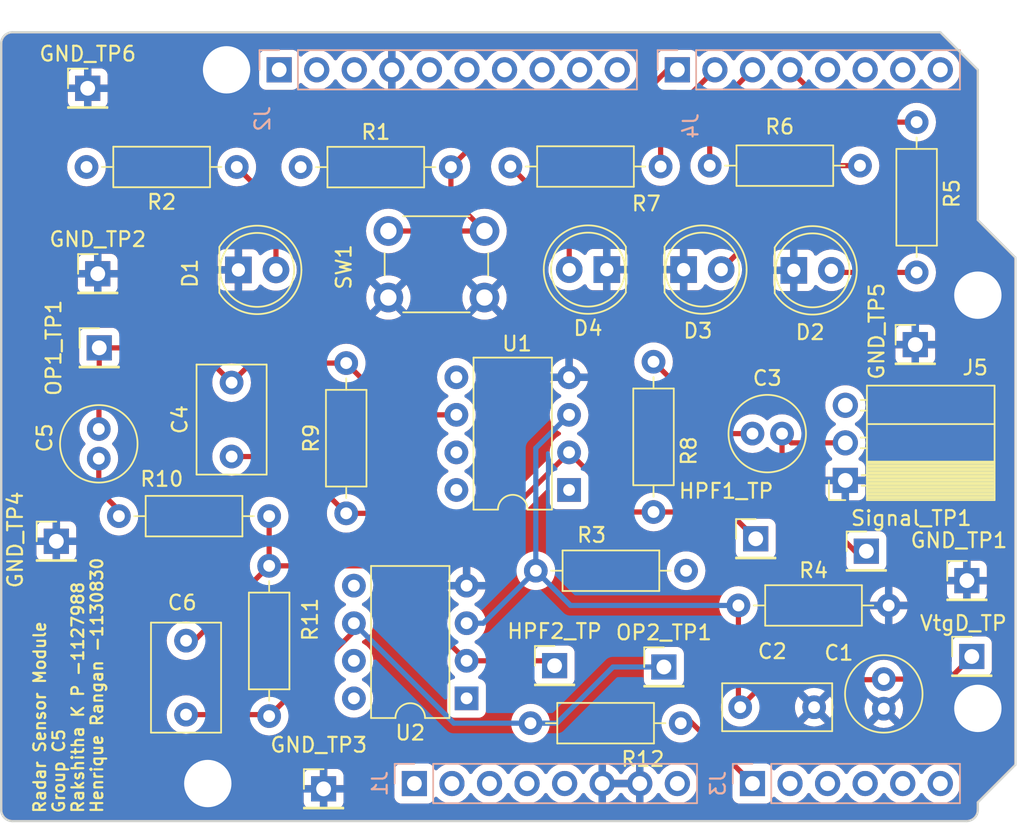
<source format=kicad_pcb>
(kicad_pcb (version 20240108) (generator "pcbnew") (generator_version "8.0")
  (title_block (title "Radar Module PCB Development") (date "2024-05-24") (rev "R1.3") (company "University of Applied Sciences Darmstadt") (comment 1 "Rakshitha Kukke Prakash - 1127988") (comment 2 "Henrique Rangan - 1130830"))
  (layers (0 "F.Cu" signal) (1 "In1.Cu" power "GND") (2 "In2.Cu" power "PWR") (31 "B.Cu" signal) (34 "B.Paste" user) (35 "F.Paste" user) (36 "B.SilkS" user "B.Silkscreen") (37 "F.SilkS" user "F.Silkscreen") (38 "B.Mask" user) (39 "F.Mask" user) (44 "Edge.Cuts" user))
  (net 0 "")
  (net 1 "GND")
  (net 3 "+5V")
  (net 4 "/IOREF")
  (net 5 "/Vin1")
  (net 6 "/A1")
  (net 7 "/A2")
  (net 8 "/A3")
  (net 9 "Net-(C3-Pad1)")
  (net 10 "/Signal")
  (net 11 "/13")
  (net 12 "/12")
  (net 13 "/AREF")
  (net 14 "/8")
  (net 15 "/OP1_out")
  (net 16 "/*11")
  (net 17 "/*10")
  (net 18 "/*9")
  (net 19 "Net-(U1--)")
  (net 20 "/2")
  (net 21 "Net-(C5-Pad2)")
  (net 22 "/OP2_out")
  (net 23 "/TX{slash}1")
  (net 24 "/*3")
  (net 25 "/RX{slash}0")
  (net 26 "Net-(U2--)")
  (net 27 "Net-(D1-A)")
  (net 28 "/~{RESET}")
  (net 29 "Net-(D2-A)")
  (net 30 "Net-(D3-A)")
  (net 31 "Net-(D4-A)")
  (net 33 "/Vin")
  (net 36 "/Vout")
  (net 39 "/PushButton")
  (net 40 "/LED_Red")
  (net 41 "/LED_Green")
  (net 42 "/LED_Orange")
  (footprint "Connector_PinHeader_2.54mm:PinHeader_1x01_P2.54mm_Vertical" (layer "F.Cu") (at 103.73 81.08)
    (property "Reference" "GND_TP4" (at -2.78 -0.1 90) (layer "F.SilkS"))
    (property "Value" "TestPoint")
    (pad "1" thru_hole rect (at 0 0) (size 1.7 1.7) (drill 1) (layers "*.Cu" "*.Mask") (net 1 "GND"))
  )
  (footprint "Connector_PinHeader_2.54mm:PinHeader_1x01_P2.54mm_Vertical" (layer "F.Cu") (at 151.02 80.91)
    (property "Reference" "HPF1_TP" (at -2 -3.23 0) (layer "F.SilkS"))
    (property "Value" "TestPoint")
    (pad "1" thru_hole rect (at 0 0) (size 1.7 1.7) (drill 1) (layers "*.Cu" "*.Mask") (net 19 "Net-(U1--)"))
  )
  (footprint "Resistor_THT:R_Axial_DIN0207_L6.3mm_D2.5mm_P10.16mm_Horizontal" (layer "F.Cu") (at 149.85 85.42)
    (property "Reference" "R4" (at 5.08 -2.37 0) (layer "F.SilkS"))
    (property "Value" "1k")
    (pad "1" thru_hole circle (at 0 0) (size 1.6 1.6) (drill 0.8) (layers "*.Cu" "*.Mask") (net 5 "/Vin1"))
    (pad "2" thru_hole oval (at 10.16 0) (size 1.6 1.6) (drill 0.8) (layers "*.Cu" "*.Mask") (net 1 "GND"))
  )
  (footprint "Connector_PinHeader_2.54mm:PinHeader_1x01_P2.54mm_Vertical" (layer "F.Cu") (at 121.8 97.82)
    (property "Reference" "GND_TP3" (at -0.33 -2.97 180) (layer "F.SilkS"))
    (property "Value" "TestPoint")
    (pad "1" thru_hole rect (at 0 0) (size 1.7 1.7) (drill 1) (layers "*.Cu" "*.Mask") (net 1 "GND"))
  )
  (footprint "Resistor_THT:R_Axial_DIN0207_L6.3mm_D2.5mm_P10.16mm_Horizontal" (layer "F.Cu") (at 115.93 55.77 180)
    (property "Reference" "R2" (at 5.08 -2.37 180) (layer "F.SilkS"))
    (property "Value" "470")
    (pad "1" thru_hole circle (at 0 0 180) (size 1.6 1.6) (drill 0.8) (layers "*.Cu" "*.Mask") (net 27 "Net-(D1-A)"))
    (pad "2" thru_hole oval (at 10.16 0 180) (size 1.6 1.6) (drill 0.8) (layers "*.Cu" "*.Mask") (net 3 "+5V"))
  )
  (footprint "Capacitor_THT:C_Radial_D5.0mm_H11.0mm_P2.00mm" (layer "F.Cu") (at 150.8 73.8)
    (property "Reference" "C3" (at 1 -3.75 0) (layer "F.SilkS"))
    (property "Value" "4.7u")
    (pad "1" thru_hole circle (at 0 0) (size 1.6 1.6) (drill 0.8) (layers "*.Cu" "*.Mask") (net 9 "Net-(C3-Pad1)"))
    (pad "2" thru_hole circle (at 2 0) (size 1.6 1.6) (drill 0.8) (layers "*.Cu" "*.Mask") (net 10 "/Signal"))
  )
  (footprint "Connector_PinHeader_2.54mm:PinHeader_1x01_P2.54mm_Vertical" (layer "F.Cu") (at 106.53 62.99)
    (property "Reference" "GND_TP2" (at 0 -2.33 0) (layer "F.SilkS"))
    (property "Value" "GND TestPoint")
    (pad "1" thru_hole rect (at 0 0) (size 1.7 1.7) (drill 1) (layers "*.Cu" "*.Mask") (net 1 "GND"))
  )
  (footprint "Resistor_THT:R_Axial_DIN0207_L6.3mm_D2.5mm_P10.16mm_Horizontal" (layer "F.Cu") (at 123.33 79.19 90)
    (property "Reference" "R9" (at 5.08 -2.37 -90) (layer "F.SilkS"))
    (property "Value" "220k")
    (pad "1" thru_hole circle (at 0 0 90) (size 1.6 1.6) (drill 0.8) (layers "*.Cu" "*.Mask") (net 19 "Net-(U1--)"))
    (pad "2" thru_hole oval (at 10.16 0 90) (size 1.6 1.6) (drill 0.8) (layers "*.Cu" "*.Mask") (net 15 "/OP1_out"))
  )
  (footprint "Resistor_THT:R_Axial_DIN0207_L6.3mm_D2.5mm_P10.16mm_Horizontal" (layer "F.Cu") (at 158.07 55.68 180)
    (property "Reference" "R6" (at 5.43 2.63 180) (layer "F.SilkS"))
    (property "Value" "470")
    (pad "1" thru_hole circle (at 0 0 180) (size 1.6 1.6) (drill 0.8) (layers "*.Cu" "*.Mask") (net 30 "Net-(D3-A)"))
    (pad "2" thru_hole oval (at 10.16 0 180) (size 1.6 1.6) (drill 0.8) (layers "*.Cu" "*.Mask") (net 42 "/LED_Orange"))
  )
  (footprint "Connector_PinHeader_2.54mm:PinHeader_1x01_P2.54mm_Vertical" (layer "F.Cu") (at 158.5 81.75)
    (property "Reference" "Signal_TP1" (at 3.04 -2.23 0) (layer "F.SilkS"))
    (property "Value" "TestPoint")
    (pad "1" thru_hole rect (at 0 0) (size 1.7 1.7) (drill 1) (layers "*.Cu" "*.Mask") (net 10 "/Signal"))
  )
  (footprint "LED_THT:LED_D5.0mm" (layer "F.Cu") (at 140.95 62.71 180)
    (property "Reference" "D4" (at 1.27 -3.96 180) (layer "F.SilkS"))
    (property "Value" "LED")
    (pad "1" thru_hole rect (at 0 0 180) (size 1.8 1.8) (drill 0.9) (layers "*.Cu" "*.Mask") (net 1 "GND"))
    (pad "2" thru_hole circle (at 2.54 0 180) (size 1.8 1.8) (drill 0.9) (layers "*.Cu" "*.Mask") (net 31 "Net-(D4-A)"))
  )
  (footprint "Arduino_MountingHole:MountingHole_3.2mm" (layer "F.Cu") (at 115.24 49.2)
    (property "Reference" "MH1" (hide yes))
    (property "Value" "MountingHole_3.2mm" (hide yes))
    (pad "" np_thru_hole circle (at 0 0) (size 3.2 3.2) (drill 3.2) (layers "*.Cu" "*.Mask"))
  )
  (footprint "Resistor_THT:R_Axial_DIN0207_L6.3mm_D2.5mm_P10.16mm_Horizontal" (layer "F.Cu") (at 118.12 82.74 -90)
    (property "Reference" "R11" (at 3.63 -2.77 90) (layer "F.SilkS"))
    (property "Value" "100k")
    (pad "1" thru_hole circle (at 0 0 270) (size 1.6 1.6) (drill 0.8) (layers "*.Cu" "*.Mask") (net 26 "Net-(U2--)"))
    (pad "2" thru_hole oval (at 10.16 0 270) (size 1.6 1.6) (drill 0.8) (layers "*.Cu" "*.Mask") (net 22 "/OP2_out"))
  )
  (footprint "Capacitor_THT:C_Radial_D5.0mm_H11.0mm_P2.00mm" (layer "F.Cu") (at 106.6 73.49 -90)
    (property "Reference" "C5" (at 0.6 3.66 90) (layer "F.SilkS"))
    (property "Value" "4.7u")
    (pad "1" thru_hole circle (at 0 0 270) (size 1.6 1.6) (drill 0.8) (layers "*.Cu" "*.Mask") (net 15 "/OP1_out"))
    (pad "2" thru_hole circle (at 2 0 270) (size 1.6 1.6) (drill 0.8) (layers "*.Cu" "*.Mask") (net 21 "Net-(C5-Pad2)"))
  )
  (footprint "LED_THT:LED_D5.0mm" (layer "F.Cu") (at 146.145 62.71)
    (property "Reference" "D3" (at 0.965 4.14 0) (layer "F.SilkS"))
    (property "Value" "LED")
    (pad "1" thru_hole rect (at 0 0) (size 1.8 1.8) (drill 0.9) (layers "*.Cu" "*.Mask") (net 1 "GND"))
    (pad "2" thru_hole circle (at 2.54 0) (size 1.8 1.8) (drill 0.9) (layers "*.Cu" "*.Mask") (net 30 "Net-(D3-A)"))
  )
  (footprint "Connector_PinHeader_2.54mm:PinHeader_1x01_P2.54mm_Vertical" (layer "F.Cu") (at 144.81 89.58)
    (property "Reference" "OP2_TP1" (at 0 -2.33 0) (layer "F.SilkS"))
    (property "Value" "TestPoint")
    (pad "1" thru_hole rect (at 0 0) (size 1.7 1.7) (drill 1) (layers "*.Cu" "*.Mask") (net 22 "/OP2_out"))
  )
  (footprint "Resistor_THT:R_Axial_DIN0207_L6.3mm_D2.5mm_P10.16mm_Horizontal" (layer "F.Cu") (at 135.79 93.38)
    (property "Reference" "R12" (at 7.6 2.43 0) (layer "F.SilkS"))
    (property "Value" "100")
    (pad "1" thru_hole circle (at 0 0) (size 1.6 1.6) (drill 0.8) (layers "*.Cu" "*.Mask") (net 22 "/OP2_out"))
    (pad "2" thru_hole oval (at 10.16 0) (size 1.6 1.6) (drill 0.8) (layers "*.Cu" "*.Mask") (net 36 "/Vout"))
  )
  (footprint "Resistor_THT:R_Axial_DIN0207_L6.3mm_D2.5mm_P10.16mm_Horizontal" (layer "F.Cu") (at 146.31 83.07 180)
    (property "Reference" "R3" (at 6.39 2.41 180) (layer "F.SilkS"))
    (property "Value" "1k")
    (pad "1" thru_hole circle (at 0 0 180) (size 1.6 1.6) (drill 0.8) (layers "*.Cu" "*.Mask") (net 3 "+5V"))
    (pad "2" thru_hole oval (at 10.16 0 180) (size 1.6 1.6) (drill 0.8) (layers "*.Cu" "*.Mask") (net 5 "/Vin1"))
  )
  (footprint "Capacitor_THT:C_Radial_D5.0mm_H11.0mm_P2.00mm" (layer "F.Cu") (at 159.68 90.4 -90)
    (property "Reference" "C1" (at -1.77 3.04 180) (layer "F.SilkS"))
    (property "Value" "22u")
    (pad "1" thru_hole circle (at 0 0 270) (size 1.6 1.6) (drill 0.8) (layers "*.Cu" "*.Mask") (net 5 "/Vin1"))
    (pad "2" thru_hole circle (at 2 0 270) (size 1.6 1.6) (drill 0.8) (layers "*.Cu" "*.Mask") (net 1 "GND"))
  )
  (footprint "Connector_PinHeader_2.54mm:PinHeader_1x01_P2.54mm_Vertical" (layer "F.Cu") (at 161.81 67.78)
    (property "Reference" "GND_TP5" (at -2.61 -0.9 90) (layer "F.SilkS"))
    (property "Value" "TestPoint")
    (pad "1" thru_hole rect (at 0 0) (size 1.7 1.7) (drill 1) (layers "*.Cu" "*.Mask") (net 1 "GND"))
  )
  (footprint "Capacitor_THT:C_Rect_L7.2mm_W4.5mm_P5.00mm_FKS2_FKP2_MKS2_MKP2" (layer "F.Cu") (at 112.5 87.8 -90)
    (property "Reference" "C6" (at -2.57 0.26 180) (layer "F.SilkS"))
    (property "Value" "3.3n")
    (pad "1" thru_hole circle (at 0 0 270) (size 1.6 1.6) (drill 0.8) (layers "*.Cu" "*.Mask") (net 26 "Net-(U2--)"))
    (pad "2" thru_hole circle (at 5 0 270) (size 1.6 1.6) (drill 0.8) (layers "*.Cu" "*.Mask") (net 22 "/OP2_out"))
  )
  (footprint "Resistor_THT:R_Axial_DIN0207_L6.3mm_D2.5mm_P10.16mm_Horizontal" (layer "F.Cu") (at 161.9 62.9 90)
    (property "Reference" "R5" (at 5.33 2.39 -90) (layer "F.SilkS"))
    (property "Value" "470")
    (pad "1" thru_hole circle (at 0 0 90) (size 1.6 1.6) (drill 0.8) (layers "*.Cu" "*.Mask") (net 29 "Net-(D2-A)"))
    (pad "2" thru_hole oval (at 10.16 0 90) (size 1.6 1.6) (drill 0.8) (layers "*.Cu" "*.Mask") (net 41 "/LED_Green"))
  )
  (footprint "LED_THT:LED_D5.0mm" (layer "F.Cu") (at 153.595 62.76)
    (property "Reference" "D2" (at 1.105 4.19 0) (layer "F.SilkS"))
    (property "Value" "LED")
    (pad "1" thru_hole rect (at 0 0) (size 1.8 1.8) (drill 0.9) (layers "*.Cu" "*.Mask") (net 1 "GND"))
    (pad "2" thru_hole circle (at 2.54 0) (size 1.8 1.8) (drill 0.9) (layers "*.Cu" "*.Mask") (net 29 "Net-(D2-A)"))
  )
  (footprint "Resistor_THT:R_Axial_DIN0207_L6.3mm_D2.5mm_P10.16mm_Horizontal" (layer "F.Cu") (at 120.25 55.78)
    (property "Reference" "R1" (at 5.08 -2.37 0) (layer "F.SilkS"))
    (property "Value" "150")
    (pad "1" thru_hole circle (at 0 0) (size 1.6 1.6) (drill 0.8) (layers "*.Cu" "*.Mask") (net 3 "+5V"))
    (pad "2" thru_hole oval (at 10.16 0) (size 1.6 1.6) (drill 0.8) (layers "*.Cu" "*.Mask") (net 39 "/PushButton"))
  )
  (footprint "Connector_PinHeader_2.54mm:PinHeader_1x01_P2.54mm_Vertical" (layer "F.Cu") (at 165.63 88.87)
    (property "Reference" "VtgD_TP" (at -0.57 -2.25 0) (layer "F.SilkS"))
    (property "Value" "TestPoint")
    (pad "1" thru_hole rect (at 0 0) (size 1.7 1.7) (drill 1) (layers "*.Cu" "*.Mask") (net 5 "/Vin1"))
  )
  (footprint "Connector_PinHeader_2.54mm:PinHeader_1x01_P2.54mm_Vertical" (layer "F.Cu") (at 105.85 50.45)
    (property "Reference" "GND_TP6" (at 0 -2.33 0) (layer "F.SilkS"))
    (property "Value" "TestPoint")
    (pad "1" thru_hole rect (at 0 0) (size 1.7 1.7) (drill 1) (layers "*.Cu" "*.Mask") (net 1 "GND"))
  )
  (footprint "LED_THT:LED_D5.0mm" (layer "F.Cu") (at 116.04 62.73)
    (property "Reference" "D1" (at -3.27 0.23 90) (layer "F.SilkS"))
    (property "Value" "LED")
    (pad "1" thru_hole rect (at 0 0) (size 1.8 1.8) (drill 0.9) (layers "*.Cu" "*.Mask") (net 1 "GND"))
    (pad "2" thru_hole circle (at 2.54 0) (size 1.8 1.8) (drill 0.9) (layers "*.Cu" "*.Mask") (net 27 "Net-(D1-A)"))
  )
  (footprint "Package_DIP:DIP-8_W7.62mm" (layer "F.Cu") (at 131.47 91.7 180)
    (property "Reference" "U2" (at 3.81 -2.33 180) (layer "F.SilkS"))
    (property "Value" "OPA340P")
    (pad "1" thru_hole rect (at 0 0 180) (size 1.6 1.6) (drill 0.8) (layers "*.Cu" "*.Mask"))
    (pad "2" thru_hole oval (at 0 2.54 180) (size 1.6 1.6) (drill 0.8) (layers "*.Cu" "*.Mask") (net 26 "Net-(U2--)"))
    (pad "3" thru_hole oval (at 0 5.08 180) (size 1.6 1.6) (drill 0.8) (layers "*.Cu" "*.Mask") (net 5 "/Vin1"))
    (pad "4" thru_hole oval (at 0 7.62 180) (size 1.6 1.6) (drill 0.8) (layers "*.Cu" "*.Mask") (net 1 "GND"))
    (pad "5" thru_hole oval (at 7.62 7.62 180) (size 1.6 1.6) (drill 0.8) (layers "*.Cu" "*.Mask"))
    (pad "6" thru_hole oval (at 7.62 5.08 180) (size 1.6 1.6) (drill 0.8) (layers "*.Cu" "*.Mask") (net 22 "/OP2_out"))
    (pad "7" thru_hole oval (at 7.62 2.54 180) (size 1.6 1.6) (drill 0.8) (layers "*.Cu" "*.Mask") (net 3 "+5V"))
    (pad "8" thru_hole oval (at 7.62 0 180) (size 1.6 1.6) (drill 0.8) (layers "*.Cu" "*.Mask"))
  )
  (footprint "Package_DIP:DIP-8_W7.62mm" (layer "F.Cu") (at 138.4 77.61 180)
    (property "Reference" "U1" (at 3.52 9.89 180) (layer "F.SilkS"))
    (property "Value" "OPA340P")
    (pad "1" thru_hole rect (at 0 0 180) (size 1.6 1.6) (drill 0.8) (layers "*.Cu" "*.Mask"))
    (pad "2" thru_hole oval (at 0 2.54 180) (size 1.6 1.6) (drill 0.8) (layers "*.Cu" "*.Mask") (net 19 "Net-(U1--)"))
    (pad "3" thru_hole oval (at 0 5.08 180) (size 1.6 1.6) (drill 0.8) (layers "*.Cu" "*.Mask") (net 5 "/Vin1"))
    (pad "4" thru_hole oval (at 0 7.62 180) (size 1.6 1.6) (drill 0.8) (layers "*.Cu" "*.Mask") (net 1 "GND"))
    (pad "5" thru_hole oval (at 7.62 7.62 180) (size 1.6 1.6) (drill 0.8) (layers "*.Cu" "*.Mask"))
    (pad "6" thru_hole oval (at 7.62 5.08 180) (size 1.6 1.6) (drill 0.8) (layers "*.Cu" "*.Mask") (net 15 "/OP1_out"))
    (pad "7" thru_hole oval (at 7.62 2.54 180) (size 1.6 1.6) (drill 0.8) (layers "*.Cu" "*.Mask") (net 3 "+5V"))
    (pad "8" thru_hole oval (at 7.62 0 180) (size 1.6 1.6) (drill 0.8) (layers "*.Cu" "*.Mask"))
  )
  (footprint "Connector_PinHeader_2.54mm:PinHeader_1x01_P2.54mm_Vertical" (layer "F.Cu") (at 165.3 83.74)
    (property "Reference" "GND_TP1" (at -0.54 -2.72 0) (layer "F.SilkS"))
    (property "Value" "TestPoint")
    (pad "1" thru_hole rect (at 0 0) (size 1.7 1.7) (drill 1) (layers "*.Cu" "*.Mask") (net 1 "GND"))
  )
  (footprint "Resistor_THT:R_Axial_DIN0207_L6.3mm_D2.5mm_P10.16mm_Horizontal" (layer "F.Cu") (at 134.43 55.74)
    (property "Reference" "R7" (at 9.19 2.51 0) (layer "F.SilkS"))
    (property "Value" "470")
    (pad "1" thru_hole circle (at 0 0) (size 1.6 1.6) (drill 0.8) (layers "*.Cu" "*.Mask") (net 31 "Net-(D4-A)"))
    (pad "2" thru_hole oval (at 10.16 0) (size 1.6 1.6) (drill 0.8) (layers "*.Cu" "*.Mask") (net 40 "/LED_Red"))
  )
  (footprint "Resistor_THT:R_Axial_DIN0207_L6.3mm_D2.5mm_P10.16mm_Horizontal" (layer "F.Cu") (at 144.11 68.94 -90)
    (property "Reference" "R8" (at 6.03 -2.39 90) (layer "F.SilkS"))
    (property "Value" "2.2k")
    (pad "1" thru_hole circle (at 0 0 270) (size 1.6 1.6) (drill 0.8) (layers "*.Cu" "*.Mask") (net 9 "Net-(C3-Pad1)"))
    (pad "2" thru_hole oval (at 10.16 0 270) (size 1.6 1.6) (drill 0.8) (layers "*.Cu" "*.Mask") (net 19 "Net-(U1--)"))
  )
  (footprint "Capacitor_THT:C_Rect_L7.2mm_W3.0mm_P5.00mm_FKS2_FKP2_MKS2_MKP2" (layer "F.Cu") (at 149.97 92.3)
    (property "Reference" "C2" (at 2.17 -3.78 0) (layer "F.SilkS"))
    (property "Value" "100nF")
    (pad "1" thru_hole circle (at 0 0) (size 1.6 1.6) (drill 0.8) (layers "*.Cu" "*.Mask") (net 5 "/Vin1"))
    (pad "2" thru_hole circle (at 5 0) (size 1.6 1.6) (drill 0.8) (layers "*.Cu" "*.Mask") (net 1 "GND"))
  )
  (footprint "Button_Switch_THT:SW_PUSH_6mm_H7.3mm" (layer "F.Cu") (at 126.18 60.1)
    (property "Reference" "SW1" (at -3.01 2.43 90) (layer "F.SilkS"))
    (property "Value" "SW_Push")
    (pad "1" thru_hole circle (at 0 0 90) (size 2 2) (drill 1.1) (layers "*.Cu" "*.Mask") (net 39 "/PushButton"))
    (pad "1" thru_hole circle (at 6.5 0 90) (size 2 2) (drill 1.1) (layers "*.Cu" "*.Mask") (net 39 "/PushButton"))
    (pad "2" thru_hole circle (at 0 4.5 90) (size 2 2) (drill 1.1) (layers "*.Cu" "*.Mask") (net 1 "GND"))
    (pad "2" thru_hole circle (at 6.5 4.5 90) (size 2 2) (drill 1.1) (layers "*.Cu" "*.Mask") (net 1 "GND"))
  )
  (footprint "Resistor_THT:R_Axial_DIN0207_L6.3mm_D2.5mm_P10.16mm_Horizontal" (layer "F.Cu") (at 107.96 79.38)
    (property "Reference" "R10" (at 2.9 -2.51 0) (layer "F.SilkS"))
    (property "Value" "33.33k")
    (pad "1" thru_hole circle (at 0 0) (size 1.6 1.6) (drill 0.8) (layers "*.Cu" "*.Mask") (net 21 "Net-(C5-Pad2)"))
    (pad "2" thru_hole oval (at 10.16 0) (size 1.6 1.6) (drill 0.8) (layers "*.Cu" "*.Mask") (net 26 "Net-(U2--)"))
  )
  (footprint "Arduino_MountingHole:MountingHole_3.2mm" (layer "F.Cu") (at 113.97 97.46)
    (property "Reference" "MH2" (hide yes))
    (property "Value" "MountingHole_3.2mm" (hide yes))
    (pad "" np_thru_hole circle (at 0 0) (size 3.2 3.2) (drill 3.2) (layers "*.Cu" "*.Mask"))
  )
  (footprint "Connector_PinHeader_2.54mm:PinHeader_1x01_P2.54mm_Vertical" (layer "F.Cu") (at 137.42 89.49)
    (property "Reference" "HPF2_TP" (at 0 -2.33 0) (layer "F.SilkS"))
    (property "Value" "TestPoint")
    (pad "1" thru_hole rect (at 0 0) (size 1.7 1.7) (drill 1) (layers "*.Cu" "*.Mask") (net 26 "Net-(U2--)"))
  )
  (footprint "Capacitor_THT:C_Rect_L7.2mm_W4.5mm_P5.00mm_FKS2_FKP2_MKS2_MKP2" (layer "F.Cu") (at 115.58 75.35 90)
    (property "Reference" "C4" (at 2.5 -3.5 -90) (layer "F.SilkS"))
    (property "Value" "1.5n")
    (pad "1" thru_hole circle (at 0 0 90) (size 1.6 1.6) (drill 0.8) (layers "*.Cu" "*.Mask") (net 19 "Net-(U1--)"))
    (pad "2" thru_hole circle (at 5 0 90) (size 1.6 1.6) (drill 0.8) (layers "*.Cu" "*.Mask") (net 15 "/OP1_out"))
  )
  (footprint "Arduino_MountingHole:MountingHole_3.2mm" (layer "F.Cu") (at 166.04 64.44)
    (property "Reference" "MH3" (hide yes))
    (property "Value" "MountingHole_3.2mm" (hide yes))
    (pad "" np_thru_hole circle (at 0 0) (size 3.2 3.2) (drill 3.2) (layers "*.Cu" "*.Mask"))
  )
  (footprint "Arduino_MountingHole:MountingHole_3.2mm" (layer "F.Cu") (at 166.04 92.38)
    (property "Reference" "MH4" (hide yes))
    (property "Value" "MountingHole_3.2mm" (hide yes))
    (pad "" np_thru_hole circle (at 0 0) (size 3.2 3.2) (drill 3.2) (layers "*.Cu" "*.Mask"))
  )
  (footprint "Connector_PinSocket_2.54mm:PinSocket_1x03_P2.54mm_Horizontal" (layer "F.Cu") (at 157.08 76.965 180)
    (property "Reference" "J5" (at -8.78 7.625 180) (layer "F.SilkS"))
    (property "Value" "Conn_01x03_Socket")
    (pad "1" thru_hole rect (at 0 0 180) (size 1.7 1.7) (drill 1) (layers "*.Cu" "*.Mask") (net 1 "GND"))
    (pad "2" thru_hole oval (at 0 2.54 180) (size 1.7 1.7) (drill 1) (layers "*.Cu" "*.Mask") (net 10 "/Signal"))
    (pad "3" thru_hole oval (at 0 5.08 180) (size 1.7 1.7) (drill 1) (layers "*.Cu" "*.Mask") (net 3 "+5V"))
  )
  (footprint "Connector_PinHeader_2.54mm:PinHeader_1x01_P2.54mm_Vertical" (layer "F.Cu") (at 106.63 68)
    (property "Reference" "OP1_TP1" (at -3.08 0 90) (layer "F.SilkS"))
    (property "Value" "TestPoint")
    (pad "1" thru_hole rect (at 0 0) (size 1.7 1.7) (drill 1) (layers "*.Cu" "*.Mask") (net 15 "/OP1_out"))
  )
  (footprint "Connector_PinHeader_2.54mm:PinHeader_1x08_P2.54mm_Vertical" (layer "B.Cu") (at 127.94 97.46 -90)
    (property "Reference" "J1" (at 0 2.33 90) (layer "B.SilkS") (effects (justify mirror)))
    (property "Value" "Power")
    (pad "1" thru_hole rect (at 0 0 270) (size 1.7 1.7) (drill 1) (layers "*.Cu" "*.Mask"))
    (pad "2" thru_hole oval (at 0 -2.54 270) (size 1.7 1.7) (drill 1) (layers "*.Cu" "*.Mask") (net 4 "/IOREF"))
    (pad "3" thru_hole oval (at 0 -5.08 270) (size 1.7 1.7) (drill 1) (layers "*.Cu" "*.Mask") (net 28 "/~{RESET}"))
    (pad "4" thru_hole oval (at 0 -7.62 270) (size 1.7 1.7) (drill 1) (layers "*.Cu" "*.Mask"))
    (pad "5" thru_hole oval (at 0 -10.16 270) (size 1.7 1.7) (drill 1) (layers "*.Cu" "*.Mask") (net 3 "+5V"))
    (pad "6" thru_hole oval (at 0 -12.7 270) (size 1.7 1.7) (drill 1) (layers "*.Cu" "*.Mask") (net 1 "GND"))
    (pad "7" thru_hole oval (at 0 -15.24 270) (size 1.7 1.7) (drill 1) (layers "*.Cu" "*.Mask") (net 1 "GND"))
    (pad "8" thru_hole oval (at 0 -17.78 270) (size 1.7 1.7) (drill 1) (layers "*.Cu" "*.Mask") (net 33 "/Vin"))
  )
  (footprint "Connector_PinHeader_2.54mm:PinHeader_1x06_P2.54mm_Vertical" (layer "B.Cu") (at 150.8 97.46 -90)
    (property "Reference" "J3" (at 0 2.33 90) (layer "B.SilkS") (effects (justify mirror)))
    (property "Value" "Analog")
    (pad "1" thru_hole rect (at 0 0 270) (size 1.7 1.7) (drill 1) (layers "*.Cu" "*.Mask") (net 36 "/Vout"))
    (pad "2" thru_hole oval (at 0 -2.54 270) (size 1.7 1.7) (drill 1) (layers "*.Cu" "*.Mask") (net 6 "/A1"))
    (pad "3" thru_hole oval (at 0 -5.08 270) (size 1.7 1.7) (drill 1) (layers "*.Cu" "*.Mask") (net 7 "/A2"))
    (pad "4" thru_hole oval (at 0 -7.62 270) (size 1.7 1.7) (drill 1) (layers "*.Cu" "*.Mask") (net 8 "/A3"))
    (pad "5" thru_hole oval (at 0 -10.16 270) (size 1.7 1.7) (drill 1) (layers "*.Cu" "*.Mask"))
    (pad "6" thru_hole oval (at 0 -12.7 270) (size 1.7 1.7) (drill 1) (layers "*.Cu" "*.Mask"))
  )
  (footprint "Connector_PinHeader_2.54mm:PinHeader_1x10_P2.54mm_Vertical" (layer "B.Cu") (at 118.796 49.2 -90)
    (property "Reference" "J2" (at 3.31 1.126 90) (layer "B.SilkS") (effects (justify mirror)))
    (property "Value" "Digital/PWM")
    (pad "1" thru_hole rect (at 0 0 270) (size 1.7 1.7) (drill 1) (layers "*.Cu" "*.Mask"))
    (pad "2" thru_hole oval (at 0 -2.54 270) (size 1.7 1.7) (drill 1) (layers "*.Cu" "*.Mask"))
    (pad "3" thru_hole oval (at 0 -5.08 270) (size 1.7 1.7) (drill 1) (layers "*.Cu" "*.Mask") (net 13 "/AREF"))
    (pad "4" thru_hole oval (at 0 -7.62 270) (size 1.7 1.7) (drill 1) (layers "*.Cu" "*.Mask") (net 1 "GND"))
    (pad "5" thru_hole oval (at 0 -10.16 270) (size 1.7 1.7) (drill 1) (layers "*.Cu" "*.Mask") (net 11 "/13"))
    (pad "6" thru_hole oval (at 0 -12.7 270) (size 1.7 1.7) (drill 1) (layers "*.Cu" "*.Mask") (net 12 "/12"))
    (pad "7" thru_hole oval (at 0 -15.24 270) (size 1.7 1.7) (drill 1) (layers "*.Cu" "*.Mask") (net 16 "/*11"))
    (pad "8" thru_hole oval (at 0 -17.78 270) (size 1.7 1.7) (drill 1) (layers "*.Cu" "*.Mask") (net 17 "/*10"))
    (pad "9" thru_hole oval (at 0 -20.32 270) (size 1.7 1.7) (drill 1) (layers "*.Cu" "*.Mask") (net 18 "/*9"))
    (pad "10" thru_hole oval (at 0 -22.86 270) (size 1.7 1.7) (drill 1) (layers "*.Cu" "*.Mask") (net 14 "/8"))
  )
  (footprint "Connector_PinHeader_2.54mm:PinHeader_1x08_P2.54mm_Vertical" (layer "B.Cu") (at 145.72 49.2 -90)
    (property "Reference" "J4" (at 3.79 -0.91 90) (layer "B.SilkS") (effects (justify mirror)))
    (property "Value" "Digital/PWM")
    (pad "1" thru_hole rect (at 0 0 270) (size 1.7 1.7) (drill 1) (layers "*.Cu" "*.Mask") (net 39 "/PushButton"))
    (pad "2" thru_hole oval (at 0 -2.54 270) (size 1.7 1.7) (drill 1) (layers "*.Cu" "*.Mask") (net 40 "/LED_Red"))
    (pad "3" thru_hole oval (at 0 -5.08 270) (size 1.7 1.7) (drill 1) (layers "*.Cu" "*.Mask") (net 42 "/LED_Orange"))
    (pad "4" thru_hole oval (at 0 -7.62 270) (size 1.7 1.7) (drill 1) (layers "*.Cu" "*.Mask") (net 41 "/LED_Green"))
    (pad "5" thru_hole oval (at 0 -10.16 270) (size 1.7 1.7) (drill 1) (layers "*.Cu" "*.Mask") (net 24 "/*3"))
    (pad "6" thru_hole oval (at 0 -12.7 270) (size 1.7 1.7) (drill 1) (layers "*.Cu" "*.Mask") (net 20 "/2"))
    (pad "7" thru_hole oval (at 0 -15.24 270) (size 1.7 1.7) (drill 1) (layers "*.Cu" "*.Mask") (net 23 "/TX{slash}1"))
    (pad "8" thru_hole oval (at 0 -17.78 270) (size 1.7 1.7) (drill 1) (layers "*.Cu" "*.Mask") (net 25 "/RX{slash}0"))
  )
  (gr_line (start 166.04 59.36) (end 168.58 61.9) (stroke (width 0.15)) (layer "Edge.Cuts"))
  (gr_line (start 100 99.238) (end 100 47.422) (stroke (width 0.15)) (layer "Edge.Cuts"))
  (gr_line (start 168.58 61.9) (end 168.58 96.19) (stroke (width 0.15)) (layer "Edge.Cuts"))
  (gr_line (start 165.278 100) (end 100.762 100) (stroke (width 0.15)) (layer "Edge.Cuts"))
  (gr_line (start 100.762 46.66) (end 163.5 46.66) (stroke (width 0.15)) (layer "Edge.Cuts"))
  (gr_arc (start 100.762 100) (mid 100.223185 99.776815) (end 100 99.238) (stroke (width 0.15)) (layer "Edge.Cuts"))
  (gr_line (start 168.58 96.19) (end 166.04 98.73) (stroke (width 0.15)) (layer "Edge.Cuts"))
  (gr_line (start 163.5 46.66) (end 166.04 49.2) (stroke (width 0.15)) (layer "Edge.Cuts"))
  (gr_arc (start 166.04 99.238) (mid 165.816815 99.776815) (end 165.278 100) (stroke (width 0.15)) (layer "Edge.Cuts"))
  (gr_line (start 166.04 49.2) (end 166.04 59.36) (stroke (width 0.15)) (layer "Edge.Cuts"))
  (gr_line (start 166.04 98.73) (end 166.04 99.238) (stroke (width 0.15)) (layer "Edge.Cuts"))
  (gr_arc (start 100 47.422) (mid 100.223185 46.883185) (end 100.762 46.66) (stroke (width 0.15)) (layer "Edge.Cuts"))
  (gr_text "Radar Sensor Module\nGroup C5\nRakshitha K P -1127988\nHenrique Rangan -1130830" (at 106.94 99.53 90) (layer "F.SilkS") (effects (font (size 0.8 0.8)) (justify left bottom)))
  (segment (start 159.64 90.44) (end 151.83 90.44) (width 0.35) (layer "F.Cu") (net 5))
  (segment (start 159.68 90.4) (end 159.64 90.44) (width 0.35) (layer "F.Cu") (net 5))
  (segment (start 164.1 90.4) (end 165.63 88.87) (width 0.35) (layer "F.Cu") (net 5))
  (segment (start 151.83 90.44) (end 149.97 92.3) (width 0.35) (layer "F.Cu") (net 5))
  (segment (start 149.85 85.42) (end 149.85 92.18) (width 0.35) (layer "F.Cu") (net 5))
  (segment (start 159.68 90.4) (end 164.1 90.4) (width 0.35) (layer "F.Cu") (net 5))
  (segment (start 149.85 92.18) (end 149.97 92.3) (width 0.35) (layer "F.Cu") (net 5))
  (segment (start 138.5 85.42) (end 149.85 85.42) (width 0.35) (layer "B.Cu") (net 5))
  (segment (start 132.6 86.62) (end 131.47 86.62) (width 0.35) (layer "B.Cu") (net 5))
  (segment (start 138.4 72.53) (end 136.15 74.78) (width 0.35) (layer "B.Cu") (net 5))
  (segment (start 136.15 83.07) (end 138.5 85.42) (width 0.35) (layer "B.Cu") (net 5))
  (segment (start 136.15 83.07) (end 132.6 86.62) (width 0.35) (layer "B.Cu") (net 5))
  (segment (start 136.15 74.78) (end 136.15 83.07) (width 0.35) (layer "B.Cu") (net 5))
  (segment (start 150.8 73.8) (end 148.97 73.8) (width 0.35) (layer "F.Cu") (net 9))
  (segment (start 148.97 73.8) (end 144.11 68.94) (width 0.35) (layer "F.Cu") (net 9))
  (segment (start 157.08 74.425) (end 153.425 74.425) (width 0.35) (layer "F.Cu") (net 10))
  (segment (start 152.8 73.8) (end 152.8 76.82) (width 0.35) (layer "F.Cu") (net 10))
  (segment (start 153.425 74.425) (end 152.8 73.8) (width 0.35) (layer "F.Cu") (net 10))
  (segment (start 152.8 76.82) (end 157.73 81.75) (width 0.35) (layer "F.Cu") (net 10))
  (segment (start 157.73 81.75) (end 158.5 81.75) (width 0.35) (layer "F.Cu") (net 10))
  (segment (start 113.23 68) (end 115.58 70.35) (width 0.35) (layer "F.Cu") (net 15))
  (segment (start 126.83 72.53) (end 123.33 69.03) (width 0.35) (layer "F.Cu") (net 15))
  (segment (start 106.61 70.64) (end 106.61 73.48) (width 0.35) (layer "F.Cu") (net 15))
  (segment (start 106.61 73.48) (end 106.6 73.49) (width 0.35) (layer "F.Cu") (net 15))
  (segment (start 123.33 69.03) (end 116.9 69.03) (width 0.35) (layer "F.Cu") (net 15))
  (segment (start 116.9 69.03) (end 115.58 70.35) (width 0.35) (layer "F.Cu") (net 15))
  (segment (start 106.63 70.62) (end 106.61 70.64) (width 0.35) (layer "F.Cu") (net 15))
  (segment (start 106.63 68) (end 113.23 68) (width 0.35) (layer "F.Cu") (net 15))
  (segment (start 106.63 68) (end 106.63 70.62) (width 0.35) (layer "F.Cu") (net 15))
  (segment (start 130.78 72.53) (end 126.83 72.53) (width 0.35) (layer "F.Cu") (net 15))
  (segment (start 123.33 79.19) (end 119.49 75.35) (width 0.35) (layer "F.Cu") (net 19))
  (segment (start 144.11 79.1) (end 149.21 79.1) (width 0.35) (layer "F.Cu") (net 19))
  (segment (start 134.28 79.19) (end 123.33 79.19) (width 0.35) (layer "F.Cu") (net 19))
  (segment (start 119.49 75.35) (end 115.58 75.35) (width 0.35) (layer "F.Cu") (net 19))
  (segment (start 149.21 79.1) (end 151.02 80.91) (width 0.35) (layer "F.Cu") (net 19))
  (segment (start 144.11 79.1) (end 142.43 79.1) (width 0.35) (layer "F.Cu") (net 19))
  (segment (start 138.4 75.07) (end 134.28 79.19) (width 0.35) (layer "F.Cu") (net 19))
  (segment (start 142.43 79.1) (end 138.4 75.07) (width 0.35) (layer "F.Cu") (net 19))
  (segment (start 106.6 75.49) (end 106.6 77.62) (width 0.35) (layer "F.Cu") (net 21))
  (segment (start 106.6 77.62) (end 107.96 78.98) (width 0.35) (layer "F.Cu") (net 21))
  (segment (start 107.96 78.98) (end 107.96 79.38) (width 0.35) (layer "F.Cu") (net 21))
  (segment (start 112.5 92.8) (end 118.02 92.8) (width 0.35) (layer "F.Cu") (net 22))
  (segment (start 118.12 92.9) (end 123.85 87.17) (width 0.35) (layer "F.Cu") (net 22))
  (segment (start 123.85 87.17) (end 123.85 86.62) (width 0.35) (layer "F.Cu") (net 22))
  (segment (start 118.02 92.8) (end 118.12 92.9) (width 0.35) (layer "F.Cu") (net 22))
  (segment (start 123.85 86.62) (end 130.61 93.38) (width 0.35) (layer "B.Cu") (net 22))
  (segment (start 141.37 89.58) (end 144.81 89.58) (width 0.35) (layer "B.Cu") (net 22))
  (segment (start 137.57 93.38) (end 141.37 89.58) (width 0.35) (layer "B.Cu") (net 22))
  (segment (start 130.61 93.38) (end 135.79 93.38) (width 0.35) (layer "B.Cu") (net 22))
  (segment (start 135.79 93.38) (end 137.57 93.38) (width 0.35) (layer "B.Cu") (net 22))
  (segment (start 125.05 82.74) (end 131.47 89.16) (width 0.35) (layer "F.Cu") (net 26))
  (segment (start 137.09 89.16) (end 137.42 89.49) (width 0.35) (layer "F.Cu") (net 26))
  (segment (start 118.12 82.74) (end 125.05 82.74) (width 0.35) (layer "F.Cu") (net 26))
  (segment (start 131.47 89.16) (end 137.09 89.16) (width 0.35) (layer "F.Cu") (net 26))
  (segment (start 118.12 82.74) (end 113.06 87.8) (width 0.35) (layer "F.Cu") (net 26))
  (segment (start 118.12 79.38) (end 118.12 82.74) (width 0.35) (layer "F.Cu") (net 26))
  (segment (start 113.06 87.8) (end 112.5 87.8) (width 0.35) (layer "F.Cu") (net 26))
  (segment (start 118.58 62.73) (end 118.58 58.42) (width 0.35) (layer "F.Cu") (net 27))
  (segment (start 118.58 58.42) (end 115.93 55.77) (width 0.35) (layer "F.Cu") (net 27))
  (segment (start 156.275 62.9) (end 156.135 62.76) (width 0.35) (layer "F.Cu") (net 29))
  (segment (start 161.9 62.9) (end 156.275 62.9) (width 0.35) (layer "F.Cu") (net 29))
  (segment (start 155.715 55.68) (end 148.685 62.71) (width 0.35) (layer "F.Cu") (net 30))
  (segment (start 158.07 55.68) (end 155.715 55.68) (width 0.35) (layer "F.Cu") (net 30))
  (segment (start 138.41 62.71) (end 138.41 59.72) (width 0.35) (layer "F.Cu") (net 31))
  (segment (start 138.41 59.72) (end 134.43 55.74) (width 0.35) (layer "F.Cu") (net 31))
  (segment (start 145.95 93.38) (end 146.13 93.2) (width 0.35) (layer "F.Cu") (net 36))
  (segment (start 146.13 93.2) (end 146.54 93.2) (width 0.35) (layer "F.Cu") (net 36))
  (segment (start 146.54 93.2) (end 150.8 97.46) (width 0.35) (layer "F.Cu") (net 36))
  (segment (start 130.41 57.83) (end 132.68 60.1) (width 0.35) (layer "F.Cu") (net 39))
  (segment (start 130.41 55.78) (end 130.41 57.83) (width 0.35) (layer "F.Cu") (net 39))
  (segment (start 145.06 49.2) (end 141.79 52.47) (width 0.35) (layer "F.Cu") (net 39))
  (segment (start 145.72 49.2) (end 145.06 49.2) (width 0.35) (layer "F.Cu") (net 39))
  (segment (start 132.68 60.1) (end 126.18 60.1) (width 0.35) (layer "F.Cu") (net 39))
  (segment (start 133.72 52.47) (end 130.41 55.78) (width 0.35) (layer "F.Cu") (net 39))
  (segment (start 141.79 52.47) (end 133.72 52.47) (width 0.35) (layer "F.Cu") (net 39))
  (segment (start 144.59 52.87) (end 144.59 55.74) (width 0.35) (layer "F.Cu") (net 40))
  (segment (start 148.26 49.2) (end 144.59 52.87) (width 0.35) (layer "F.Cu") (net 40))
  (segment (start 153.34 49.2) (end 156.88 52.74) (width 0.35) (layer "F.Cu") (net 41))
  (segment (start 156.88 52.74) (end 161.9 52.74) (width 0.35) (layer "F.Cu") (net 41))
  (segment (start 147.91 52.09) (end 150.8 49.2) (width 0.35) (layer "F.Cu") (net 42))
  (segment (start 147.91 55.68) (end 147.91 52.09) (width 0.35) (layer "F.Cu") (net 42))
  (zone (net 1) (net_name "GND") (layer "F.Cu") (priority 2) (connect_pads (clearance 0.508)) (min_thickness 0.25) (fill yes (thermal_gap 0.5) (thermal_bridge_width 0.5))
    (polygon (pts (xy 99.95 46.57) (xy 163.59 46.64) (xy 166.17 49.25) (xy 166.11 59.34) (xy 168.67 61.96) (xy 168.6 96.23) (xy 166.04 98.74) (xy 166.05 99.49) (xy 165.44 100.03) (xy 100.01 100.02) (xy 99.94 46.57)))
  )
  (zone (net 1) (net_name "GND") (layer "B.Cu") (priority 3) (connect_pads (clearance 0.508)) (min_thickness 0.25) (fill yes (thermal_gap 0.5) (thermal_bridge_width 0.5))
    (polygon (pts (xy 99.95 46.61) (xy 163.57 46.66) (xy 166.19 49.28) (xy 166.06 59.36) (xy 168.64 61.97) (xy 168.63 96.2) (xy 166.04 98.74) (xy 166.02 100.06) (xy 100 100.02)))
  )
)
</source>
